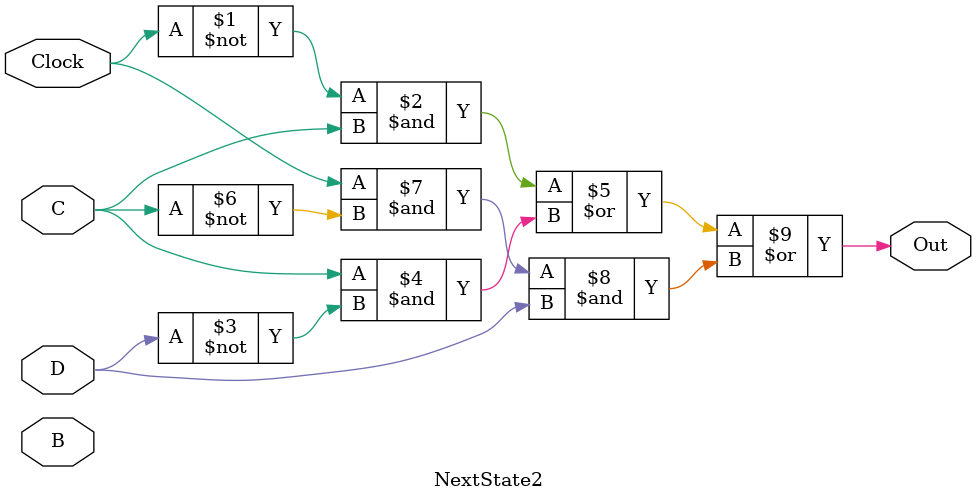
<source format=v>
module NextState2(Clock, B, C, D, Out);
	input Clock, B, C, D;
	output Out;
	
	assign Out = ((~Clock&C)|(C&~D)|(Clock&~C&D));
endmodule

</source>
